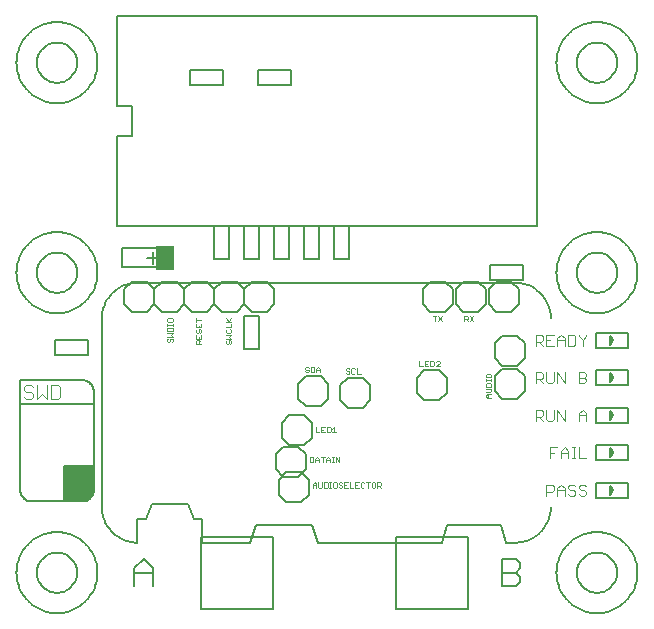
<source format=gto>
G75*
%MOIN*%
%OFA0B0*%
%FSLAX24Y24*%
%IPPOS*%
%LPD*%
%AMOC8*
5,1,8,0,0,1.08239X$1,22.5*
%
%ADD10C,0.0080*%
%ADD11C,0.0030*%
%ADD12C,0.0050*%
%ADD13C,0.0020*%
%ADD14C,0.0040*%
%ADD15C,0.0060*%
%ADD16R,0.0591X0.0787*%
D10*
X001031Y001700D02*
X001033Y001751D01*
X001039Y001802D01*
X001049Y001852D01*
X001062Y001902D01*
X001080Y001950D01*
X001100Y001997D01*
X001125Y002042D01*
X001153Y002085D01*
X001184Y002126D01*
X001218Y002164D01*
X001255Y002199D01*
X001294Y002232D01*
X001336Y002262D01*
X001380Y002288D01*
X001426Y002310D01*
X001474Y002330D01*
X001523Y002345D01*
X001573Y002357D01*
X001623Y002365D01*
X001674Y002369D01*
X001726Y002369D01*
X001777Y002365D01*
X001827Y002357D01*
X001877Y002345D01*
X001926Y002330D01*
X001974Y002310D01*
X002020Y002288D01*
X002064Y002262D01*
X002106Y002232D01*
X002145Y002199D01*
X002182Y002164D01*
X002216Y002126D01*
X002247Y002085D01*
X002275Y002042D01*
X002300Y001997D01*
X002320Y001950D01*
X002338Y001902D01*
X002351Y001852D01*
X002361Y001802D01*
X002367Y001751D01*
X002369Y001700D01*
X002367Y001649D01*
X002361Y001598D01*
X002351Y001548D01*
X002338Y001498D01*
X002320Y001450D01*
X002300Y001403D01*
X002275Y001358D01*
X002247Y001315D01*
X002216Y001274D01*
X002182Y001236D01*
X002145Y001201D01*
X002106Y001168D01*
X002064Y001138D01*
X002020Y001112D01*
X001974Y001090D01*
X001926Y001070D01*
X001877Y001055D01*
X001827Y001043D01*
X001777Y001035D01*
X001726Y001031D01*
X001674Y001031D01*
X001623Y001035D01*
X001573Y001043D01*
X001523Y001055D01*
X001474Y001070D01*
X001426Y001090D01*
X001380Y001112D01*
X001336Y001138D01*
X001294Y001168D01*
X001255Y001201D01*
X001218Y001236D01*
X001184Y001274D01*
X001153Y001315D01*
X001125Y001358D01*
X001100Y001403D01*
X001080Y001450D01*
X001062Y001498D01*
X001049Y001548D01*
X001039Y001598D01*
X001033Y001649D01*
X001031Y001700D01*
X003200Y003881D02*
X003200Y010180D01*
X003950Y010650D02*
X004200Y010400D01*
X004700Y010400D01*
X004950Y010650D01*
X004950Y011150D01*
X004700Y011400D01*
X004200Y011400D01*
X003950Y011150D01*
X003950Y010650D01*
X004381Y011361D02*
X004315Y011359D01*
X004249Y011354D01*
X004183Y011344D01*
X004118Y011331D01*
X004054Y011315D01*
X003991Y011295D01*
X003929Y011271D01*
X003869Y011244D01*
X003810Y011214D01*
X003753Y011180D01*
X003698Y011143D01*
X003645Y011103D01*
X003594Y011061D01*
X003546Y011015D01*
X003500Y010967D01*
X003458Y010916D01*
X003418Y010863D01*
X003381Y010808D01*
X003347Y010751D01*
X003317Y010692D01*
X003290Y010632D01*
X003266Y010570D01*
X003246Y010507D01*
X003230Y010443D01*
X003217Y010378D01*
X003207Y010312D01*
X003202Y010246D01*
X003200Y010180D01*
X004381Y011361D02*
X016980Y011361D01*
X016850Y011400D02*
X016350Y011400D01*
X016100Y011150D01*
X016100Y010650D01*
X016350Y010400D01*
X016850Y010400D01*
X017100Y010650D01*
X017100Y011150D01*
X016850Y011400D01*
X016000Y011150D02*
X016000Y010650D01*
X015750Y010400D01*
X015250Y010400D01*
X015000Y010650D01*
X015000Y011150D01*
X015250Y011400D01*
X015750Y011400D01*
X016000Y011150D01*
X016980Y011361D02*
X017046Y011359D01*
X017112Y011354D01*
X017178Y011344D01*
X017243Y011331D01*
X017307Y011315D01*
X017370Y011295D01*
X017432Y011271D01*
X017492Y011244D01*
X017551Y011214D01*
X017608Y011180D01*
X017663Y011143D01*
X017716Y011103D01*
X017767Y011061D01*
X017815Y011015D01*
X017861Y010967D01*
X017903Y010916D01*
X017943Y010863D01*
X017980Y010808D01*
X018014Y010751D01*
X018044Y010692D01*
X018071Y010632D01*
X018095Y010570D01*
X018115Y010507D01*
X018131Y010443D01*
X018144Y010378D01*
X018154Y010312D01*
X018159Y010246D01*
X018161Y010180D01*
X017300Y009350D02*
X017300Y008850D01*
X017050Y008600D01*
X016550Y008600D01*
X016300Y008850D01*
X016300Y009350D01*
X016550Y009600D01*
X017050Y009600D01*
X017300Y009350D01*
X017050Y008500D02*
X016550Y008500D01*
X016300Y008250D01*
X016300Y007750D01*
X016550Y007500D01*
X017050Y007500D01*
X017300Y007750D01*
X017300Y008250D01*
X017050Y008500D01*
X014700Y008200D02*
X014700Y007700D01*
X014450Y007450D01*
X013950Y007450D01*
X013700Y007700D01*
X013700Y008200D01*
X013950Y008450D01*
X014450Y008450D01*
X014700Y008200D01*
X014650Y010400D02*
X014150Y010400D01*
X013900Y010650D01*
X013900Y011150D01*
X014150Y011400D01*
X014650Y011400D01*
X014900Y011150D01*
X014900Y010650D01*
X014650Y010400D01*
X012150Y007950D02*
X012150Y007450D01*
X011900Y007200D01*
X011400Y007200D01*
X011150Y007450D01*
X011150Y007950D01*
X011400Y008200D01*
X011900Y008200D01*
X012150Y007950D01*
X010750Y008000D02*
X010750Y007500D01*
X010500Y007250D01*
X010000Y007250D01*
X009750Y007500D01*
X009750Y008000D01*
X010000Y008250D01*
X010500Y008250D01*
X010750Y008000D01*
X009950Y006950D02*
X009450Y006950D01*
X009200Y006700D01*
X009200Y006200D01*
X009450Y005950D01*
X009950Y005950D01*
X010200Y006200D01*
X010200Y006700D01*
X009950Y006950D01*
X009750Y005900D02*
X009250Y005900D01*
X009000Y005650D01*
X009000Y005150D01*
X009250Y004900D01*
X009750Y004900D01*
X010000Y005150D01*
X010000Y005650D01*
X009750Y005900D01*
X009850Y005050D02*
X009350Y005050D01*
X009100Y004800D01*
X009100Y004300D01*
X009350Y004050D01*
X009850Y004050D01*
X010100Y004300D01*
X010100Y004800D01*
X009850Y005050D01*
X010188Y003291D02*
X008318Y003291D01*
X008121Y002700D01*
X006546Y002700D01*
X006546Y003487D01*
X006251Y003487D01*
X006054Y003980D01*
X004873Y003980D01*
X004676Y003487D01*
X004381Y003487D01*
X004381Y002700D01*
X004587Y002161D02*
X004893Y001854D01*
X004893Y001240D01*
X004893Y001700D02*
X004280Y001700D01*
X004280Y001854D02*
X004587Y002161D01*
X004280Y001854D02*
X004280Y001240D01*
X004381Y002700D02*
X004315Y002702D01*
X004249Y002707D01*
X004183Y002717D01*
X004118Y002730D01*
X004054Y002746D01*
X003991Y002766D01*
X003929Y002790D01*
X003869Y002817D01*
X003810Y002847D01*
X003753Y002881D01*
X003698Y002918D01*
X003645Y002958D01*
X003594Y003000D01*
X003546Y003046D01*
X003500Y003094D01*
X003458Y003145D01*
X003418Y003198D01*
X003381Y003253D01*
X003347Y003310D01*
X003317Y003369D01*
X003290Y003429D01*
X003266Y003491D01*
X003246Y003554D01*
X003230Y003618D01*
X003217Y003683D01*
X003207Y003749D01*
X003202Y003815D01*
X003200Y003881D01*
X005200Y010400D02*
X005700Y010400D01*
X005950Y010650D01*
X006200Y010400D01*
X006700Y010400D01*
X006950Y010650D01*
X006950Y011150D01*
X006700Y011400D01*
X006200Y011400D01*
X005950Y011150D01*
X005950Y010650D01*
X005950Y011150D01*
X005700Y011400D01*
X005200Y011400D01*
X004950Y011150D01*
X004950Y010650D01*
X005200Y010400D01*
X006950Y010650D02*
X007200Y010400D01*
X007700Y010400D01*
X007950Y010650D01*
X007950Y011150D01*
X007700Y011400D01*
X007200Y011400D01*
X006950Y011150D01*
X006950Y010650D01*
X007950Y010650D02*
X008200Y010400D01*
X008700Y010400D01*
X008950Y010650D01*
X008950Y011150D01*
X008700Y011400D01*
X008200Y011400D01*
X007950Y011150D01*
X007950Y010650D01*
X003700Y013250D02*
X003700Y016250D01*
X004200Y016250D01*
X004200Y017250D01*
X003700Y017250D01*
X003700Y020250D01*
X017700Y020250D01*
X017700Y013250D01*
X003700Y013250D01*
X001031Y011700D02*
X001033Y011751D01*
X001039Y011802D01*
X001049Y011852D01*
X001062Y011902D01*
X001080Y011950D01*
X001100Y011997D01*
X001125Y012042D01*
X001153Y012085D01*
X001184Y012126D01*
X001218Y012164D01*
X001255Y012199D01*
X001294Y012232D01*
X001336Y012262D01*
X001380Y012288D01*
X001426Y012310D01*
X001474Y012330D01*
X001523Y012345D01*
X001573Y012357D01*
X001623Y012365D01*
X001674Y012369D01*
X001726Y012369D01*
X001777Y012365D01*
X001827Y012357D01*
X001877Y012345D01*
X001926Y012330D01*
X001974Y012310D01*
X002020Y012288D01*
X002064Y012262D01*
X002106Y012232D01*
X002145Y012199D01*
X002182Y012164D01*
X002216Y012126D01*
X002247Y012085D01*
X002275Y012042D01*
X002300Y011997D01*
X002320Y011950D01*
X002338Y011902D01*
X002351Y011852D01*
X002361Y011802D01*
X002367Y011751D01*
X002369Y011700D01*
X002367Y011649D01*
X002361Y011598D01*
X002351Y011548D01*
X002338Y011498D01*
X002320Y011450D01*
X002300Y011403D01*
X002275Y011358D01*
X002247Y011315D01*
X002216Y011274D01*
X002182Y011236D01*
X002145Y011201D01*
X002106Y011168D01*
X002064Y011138D01*
X002020Y011112D01*
X001974Y011090D01*
X001926Y011070D01*
X001877Y011055D01*
X001827Y011043D01*
X001777Y011035D01*
X001726Y011031D01*
X001674Y011031D01*
X001623Y011035D01*
X001573Y011043D01*
X001523Y011055D01*
X001474Y011070D01*
X001426Y011090D01*
X001380Y011112D01*
X001336Y011138D01*
X001294Y011168D01*
X001255Y011201D01*
X001218Y011236D01*
X001184Y011274D01*
X001153Y011315D01*
X001125Y011358D01*
X001100Y011403D01*
X001080Y011450D01*
X001062Y011498D01*
X001049Y011548D01*
X001039Y011598D01*
X001033Y011649D01*
X001031Y011700D01*
X001031Y018700D02*
X001033Y018751D01*
X001039Y018802D01*
X001049Y018852D01*
X001062Y018902D01*
X001080Y018950D01*
X001100Y018997D01*
X001125Y019042D01*
X001153Y019085D01*
X001184Y019126D01*
X001218Y019164D01*
X001255Y019199D01*
X001294Y019232D01*
X001336Y019262D01*
X001380Y019288D01*
X001426Y019310D01*
X001474Y019330D01*
X001523Y019345D01*
X001573Y019357D01*
X001623Y019365D01*
X001674Y019369D01*
X001726Y019369D01*
X001777Y019365D01*
X001827Y019357D01*
X001877Y019345D01*
X001926Y019330D01*
X001974Y019310D01*
X002020Y019288D01*
X002064Y019262D01*
X002106Y019232D01*
X002145Y019199D01*
X002182Y019164D01*
X002216Y019126D01*
X002247Y019085D01*
X002275Y019042D01*
X002300Y018997D01*
X002320Y018950D01*
X002338Y018902D01*
X002351Y018852D01*
X002361Y018802D01*
X002367Y018751D01*
X002369Y018700D01*
X002367Y018649D01*
X002361Y018598D01*
X002351Y018548D01*
X002338Y018498D01*
X002320Y018450D01*
X002300Y018403D01*
X002275Y018358D01*
X002247Y018315D01*
X002216Y018274D01*
X002182Y018236D01*
X002145Y018201D01*
X002106Y018168D01*
X002064Y018138D01*
X002020Y018112D01*
X001974Y018090D01*
X001926Y018070D01*
X001877Y018055D01*
X001827Y018043D01*
X001777Y018035D01*
X001726Y018031D01*
X001674Y018031D01*
X001623Y018035D01*
X001573Y018043D01*
X001523Y018055D01*
X001474Y018070D01*
X001426Y018090D01*
X001380Y018112D01*
X001336Y018138D01*
X001294Y018168D01*
X001255Y018201D01*
X001218Y018236D01*
X001184Y018274D01*
X001153Y018315D01*
X001125Y018358D01*
X001100Y018403D01*
X001080Y018450D01*
X001062Y018498D01*
X001049Y018548D01*
X001039Y018598D01*
X001033Y018649D01*
X001031Y018700D01*
X016980Y002700D02*
X017046Y002702D01*
X017112Y002707D01*
X017178Y002717D01*
X017243Y002730D01*
X017307Y002746D01*
X017370Y002766D01*
X017432Y002790D01*
X017492Y002817D01*
X017551Y002847D01*
X017608Y002881D01*
X017663Y002918D01*
X017716Y002958D01*
X017767Y003000D01*
X017815Y003046D01*
X017861Y003094D01*
X017903Y003145D01*
X017943Y003198D01*
X017980Y003253D01*
X018014Y003310D01*
X018044Y003369D01*
X018071Y003429D01*
X018095Y003491D01*
X018115Y003554D01*
X018131Y003618D01*
X018144Y003683D01*
X018154Y003749D01*
X018159Y003815D01*
X018161Y003881D01*
X016980Y002700D02*
X016684Y002700D01*
X016487Y003291D01*
X014716Y003291D01*
X014519Y002700D01*
X010385Y002700D01*
X010188Y003291D01*
X016530Y002161D02*
X016530Y001240D01*
X016990Y001240D01*
X017143Y001393D01*
X017143Y001547D01*
X016990Y001700D01*
X016530Y001700D01*
X016990Y001700D02*
X017143Y001854D01*
X017143Y002007D01*
X016990Y002161D01*
X016530Y002161D01*
X019031Y001700D02*
X019033Y001751D01*
X019039Y001802D01*
X019049Y001852D01*
X019062Y001902D01*
X019080Y001950D01*
X019100Y001997D01*
X019125Y002042D01*
X019153Y002085D01*
X019184Y002126D01*
X019218Y002164D01*
X019255Y002199D01*
X019294Y002232D01*
X019336Y002262D01*
X019380Y002288D01*
X019426Y002310D01*
X019474Y002330D01*
X019523Y002345D01*
X019573Y002357D01*
X019623Y002365D01*
X019674Y002369D01*
X019726Y002369D01*
X019777Y002365D01*
X019827Y002357D01*
X019877Y002345D01*
X019926Y002330D01*
X019974Y002310D01*
X020020Y002288D01*
X020064Y002262D01*
X020106Y002232D01*
X020145Y002199D01*
X020182Y002164D01*
X020216Y002126D01*
X020247Y002085D01*
X020275Y002042D01*
X020300Y001997D01*
X020320Y001950D01*
X020338Y001902D01*
X020351Y001852D01*
X020361Y001802D01*
X020367Y001751D01*
X020369Y001700D01*
X020367Y001649D01*
X020361Y001598D01*
X020351Y001548D01*
X020338Y001498D01*
X020320Y001450D01*
X020300Y001403D01*
X020275Y001358D01*
X020247Y001315D01*
X020216Y001274D01*
X020182Y001236D01*
X020145Y001201D01*
X020106Y001168D01*
X020064Y001138D01*
X020020Y001112D01*
X019974Y001090D01*
X019926Y001070D01*
X019877Y001055D01*
X019827Y001043D01*
X019777Y001035D01*
X019726Y001031D01*
X019674Y001031D01*
X019623Y001035D01*
X019573Y001043D01*
X019523Y001055D01*
X019474Y001070D01*
X019426Y001090D01*
X019380Y001112D01*
X019336Y001138D01*
X019294Y001168D01*
X019255Y001201D01*
X019218Y001236D01*
X019184Y001274D01*
X019153Y001315D01*
X019125Y001358D01*
X019100Y001403D01*
X019080Y001450D01*
X019062Y001498D01*
X019049Y001548D01*
X019039Y001598D01*
X019033Y001649D01*
X019031Y001700D01*
X019031Y011700D02*
X019033Y011751D01*
X019039Y011802D01*
X019049Y011852D01*
X019062Y011902D01*
X019080Y011950D01*
X019100Y011997D01*
X019125Y012042D01*
X019153Y012085D01*
X019184Y012126D01*
X019218Y012164D01*
X019255Y012199D01*
X019294Y012232D01*
X019336Y012262D01*
X019380Y012288D01*
X019426Y012310D01*
X019474Y012330D01*
X019523Y012345D01*
X019573Y012357D01*
X019623Y012365D01*
X019674Y012369D01*
X019726Y012369D01*
X019777Y012365D01*
X019827Y012357D01*
X019877Y012345D01*
X019926Y012330D01*
X019974Y012310D01*
X020020Y012288D01*
X020064Y012262D01*
X020106Y012232D01*
X020145Y012199D01*
X020182Y012164D01*
X020216Y012126D01*
X020247Y012085D01*
X020275Y012042D01*
X020300Y011997D01*
X020320Y011950D01*
X020338Y011902D01*
X020351Y011852D01*
X020361Y011802D01*
X020367Y011751D01*
X020369Y011700D01*
X020367Y011649D01*
X020361Y011598D01*
X020351Y011548D01*
X020338Y011498D01*
X020320Y011450D01*
X020300Y011403D01*
X020275Y011358D01*
X020247Y011315D01*
X020216Y011274D01*
X020182Y011236D01*
X020145Y011201D01*
X020106Y011168D01*
X020064Y011138D01*
X020020Y011112D01*
X019974Y011090D01*
X019926Y011070D01*
X019877Y011055D01*
X019827Y011043D01*
X019777Y011035D01*
X019726Y011031D01*
X019674Y011031D01*
X019623Y011035D01*
X019573Y011043D01*
X019523Y011055D01*
X019474Y011070D01*
X019426Y011090D01*
X019380Y011112D01*
X019336Y011138D01*
X019294Y011168D01*
X019255Y011201D01*
X019218Y011236D01*
X019184Y011274D01*
X019153Y011315D01*
X019125Y011358D01*
X019100Y011403D01*
X019080Y011450D01*
X019062Y011498D01*
X019049Y011548D01*
X019039Y011598D01*
X019033Y011649D01*
X019031Y011700D01*
X019031Y018700D02*
X019033Y018751D01*
X019039Y018802D01*
X019049Y018852D01*
X019062Y018902D01*
X019080Y018950D01*
X019100Y018997D01*
X019125Y019042D01*
X019153Y019085D01*
X019184Y019126D01*
X019218Y019164D01*
X019255Y019199D01*
X019294Y019232D01*
X019336Y019262D01*
X019380Y019288D01*
X019426Y019310D01*
X019474Y019330D01*
X019523Y019345D01*
X019573Y019357D01*
X019623Y019365D01*
X019674Y019369D01*
X019726Y019369D01*
X019777Y019365D01*
X019827Y019357D01*
X019877Y019345D01*
X019926Y019330D01*
X019974Y019310D01*
X020020Y019288D01*
X020064Y019262D01*
X020106Y019232D01*
X020145Y019199D01*
X020182Y019164D01*
X020216Y019126D01*
X020247Y019085D01*
X020275Y019042D01*
X020300Y018997D01*
X020320Y018950D01*
X020338Y018902D01*
X020351Y018852D01*
X020361Y018802D01*
X020367Y018751D01*
X020369Y018700D01*
X020367Y018649D01*
X020361Y018598D01*
X020351Y018548D01*
X020338Y018498D01*
X020320Y018450D01*
X020300Y018403D01*
X020275Y018358D01*
X020247Y018315D01*
X020216Y018274D01*
X020182Y018236D01*
X020145Y018201D01*
X020106Y018168D01*
X020064Y018138D01*
X020020Y018112D01*
X019974Y018090D01*
X019926Y018070D01*
X019877Y018055D01*
X019827Y018043D01*
X019777Y018035D01*
X019726Y018031D01*
X019674Y018031D01*
X019623Y018035D01*
X019573Y018043D01*
X019523Y018055D01*
X019474Y018070D01*
X019426Y018090D01*
X019380Y018112D01*
X019336Y018138D01*
X019294Y018168D01*
X019255Y018201D01*
X019218Y018236D01*
X019184Y018274D01*
X019153Y018315D01*
X019125Y018358D01*
X019100Y018403D01*
X019080Y018450D01*
X019062Y018498D01*
X019049Y018548D01*
X019039Y018598D01*
X019033Y018649D01*
X019031Y018700D01*
D11*
X019102Y009632D02*
X019102Y009571D01*
X019224Y009450D01*
X019224Y009268D01*
X019224Y009450D02*
X019345Y009571D01*
X019345Y009632D01*
X018983Y009571D02*
X018983Y009329D01*
X018922Y009268D01*
X018740Y009268D01*
X018740Y009632D01*
X018922Y009632D01*
X018983Y009571D01*
X018620Y009511D02*
X018620Y009268D01*
X018620Y009450D02*
X018377Y009450D01*
X018377Y009511D02*
X018377Y009268D01*
X018258Y009268D02*
X018015Y009268D01*
X018015Y009632D01*
X018258Y009632D01*
X018377Y009511D02*
X018499Y009632D01*
X018620Y009511D01*
X018136Y009450D02*
X018015Y009450D01*
X017895Y009450D02*
X017895Y009571D01*
X017834Y009632D01*
X017652Y009632D01*
X017652Y009268D01*
X017652Y009389D02*
X017834Y009389D01*
X017895Y009450D01*
X017774Y009389D02*
X017895Y009268D01*
X017834Y008382D02*
X017652Y008382D01*
X017652Y008018D01*
X017652Y008139D02*
X017834Y008139D01*
X017895Y008200D01*
X017895Y008321D01*
X017834Y008382D01*
X018015Y008382D02*
X018015Y008079D01*
X018076Y008018D01*
X018197Y008018D01*
X018258Y008079D01*
X018258Y008382D01*
X018377Y008382D02*
X018620Y008018D01*
X018620Y008382D01*
X018377Y008382D02*
X018377Y008018D01*
X017895Y008018D02*
X017774Y008139D01*
X017834Y007132D02*
X017652Y007132D01*
X017652Y006768D01*
X017652Y006889D02*
X017834Y006889D01*
X017895Y006950D01*
X017895Y007071D01*
X017834Y007132D01*
X018015Y007132D02*
X018015Y006829D01*
X018076Y006768D01*
X018197Y006768D01*
X018258Y006829D01*
X018258Y007132D01*
X018377Y007132D02*
X018620Y006768D01*
X018620Y007132D01*
X018377Y007132D02*
X018377Y006768D01*
X017895Y006768D02*
X017774Y006889D01*
X018136Y005882D02*
X018378Y005882D01*
X018498Y005761D02*
X018620Y005882D01*
X018741Y005761D01*
X018741Y005518D01*
X018861Y005518D02*
X018982Y005518D01*
X018921Y005518D02*
X018921Y005882D01*
X018861Y005882D02*
X018982Y005882D01*
X019102Y005882D02*
X019102Y005518D01*
X019345Y005518D01*
X018741Y005700D02*
X018498Y005700D01*
X018498Y005761D02*
X018498Y005518D01*
X018257Y005700D02*
X018136Y005700D01*
X018136Y005518D02*
X018136Y005882D01*
X019102Y006768D02*
X019102Y007011D01*
X019224Y007132D01*
X019345Y007011D01*
X019345Y006768D01*
X019345Y006950D02*
X019102Y006950D01*
X019102Y008018D02*
X019284Y008018D01*
X019345Y008079D01*
X019345Y008139D01*
X019284Y008200D01*
X019102Y008200D01*
X019102Y008018D02*
X019102Y008382D01*
X019284Y008382D01*
X019345Y008321D01*
X019345Y008261D01*
X019284Y008200D01*
X019284Y004632D02*
X019163Y004632D01*
X019102Y004571D01*
X019102Y004511D01*
X019163Y004450D01*
X019284Y004450D01*
X019345Y004389D01*
X019345Y004329D01*
X019284Y004268D01*
X019163Y004268D01*
X019102Y004329D01*
X018983Y004329D02*
X018922Y004268D01*
X018801Y004268D01*
X018740Y004329D01*
X018620Y004268D02*
X018620Y004511D01*
X018499Y004632D01*
X018377Y004511D01*
X018377Y004268D01*
X018377Y004450D02*
X018620Y004450D01*
X018740Y004511D02*
X018801Y004450D01*
X018922Y004450D01*
X018983Y004389D01*
X018983Y004329D01*
X018983Y004571D02*
X018922Y004632D01*
X018801Y004632D01*
X018740Y004571D01*
X018740Y004511D01*
X018258Y004571D02*
X018258Y004450D01*
X018197Y004389D01*
X018015Y004389D01*
X018015Y004268D02*
X018015Y004632D01*
X018197Y004632D01*
X018258Y004571D01*
X019284Y004632D02*
X019345Y004571D01*
D12*
X019675Y004700D02*
X019675Y004200D01*
X020725Y004200D01*
X020725Y004700D01*
X019675Y004700D01*
X020150Y004600D02*
X020150Y004300D01*
X020200Y004375D01*
X020200Y004525D01*
X020150Y004600D01*
X020175Y004550D02*
X020175Y004350D01*
X020200Y004375D02*
X020250Y004450D01*
X020200Y004525D01*
X020150Y005550D02*
X020200Y005625D01*
X020200Y005775D01*
X020150Y005850D01*
X020150Y005550D01*
X020175Y005600D02*
X020175Y005800D01*
X020200Y005775D02*
X020250Y005700D01*
X020200Y005625D01*
X019675Y005450D02*
X019675Y005950D01*
X020725Y005950D01*
X020725Y005450D01*
X019675Y005450D01*
X019675Y006700D02*
X019675Y007200D01*
X020725Y007200D01*
X020725Y006700D01*
X019675Y006700D01*
X020150Y006800D02*
X020150Y007100D01*
X020200Y007025D01*
X020200Y006875D01*
X020250Y006950D01*
X020200Y007025D01*
X020175Y007050D02*
X020175Y006850D01*
X020200Y006875D02*
X020150Y006800D01*
X019675Y007950D02*
X019675Y008450D01*
X020725Y008450D01*
X020725Y007950D01*
X019675Y007950D01*
X020150Y008050D02*
X020150Y008350D01*
X020200Y008275D01*
X020200Y008125D01*
X020250Y008200D01*
X020200Y008275D01*
X020175Y008300D02*
X020175Y008100D01*
X020200Y008125D02*
X020150Y008050D01*
X019675Y009200D02*
X019675Y009700D01*
X020725Y009700D01*
X020725Y009200D01*
X019675Y009200D01*
X020150Y009300D02*
X020150Y009600D01*
X020200Y009525D01*
X020200Y009375D01*
X020250Y009450D01*
X020200Y009525D01*
X020175Y009550D02*
X020175Y009350D01*
X020200Y009375D02*
X020150Y009300D01*
X017250Y011450D02*
X016150Y011450D01*
X016150Y011950D01*
X017250Y011950D01*
X017250Y011450D01*
X011450Y012150D02*
X010950Y012150D01*
X010950Y013250D01*
X011450Y013250D01*
X011450Y012150D01*
X010450Y012150D02*
X009950Y012150D01*
X009950Y013250D01*
X010450Y013250D01*
X010450Y012150D01*
X009450Y012150D02*
X008950Y012150D01*
X008950Y013250D01*
X009450Y013250D01*
X009450Y012150D01*
X008450Y012150D02*
X007950Y012150D01*
X007950Y013250D01*
X008450Y013250D01*
X008450Y012150D01*
X007450Y012150D02*
X006950Y012150D01*
X006950Y013250D01*
X007450Y013250D01*
X007450Y012150D01*
X005525Y011875D02*
X005525Y012525D01*
X003875Y012525D01*
X003875Y011875D01*
X005525Y011875D01*
X005094Y012200D02*
X004700Y012200D01*
X004897Y012397D02*
X004897Y012003D01*
X002750Y009450D02*
X002750Y008950D01*
X001650Y008950D01*
X001650Y009450D01*
X002750Y009450D01*
X002537Y008117D02*
X000470Y008117D01*
X000470Y007330D01*
X002931Y007330D01*
X002931Y004467D01*
X002925Y004399D01*
X002907Y004333D01*
X002878Y004270D01*
X002839Y004214D01*
X002790Y004166D01*
X002734Y004126D01*
X002672Y004097D01*
X002606Y004080D01*
X002537Y004074D01*
X001947Y004074D01*
X001947Y005263D01*
X002931Y005263D01*
X002931Y004467D01*
X002929Y004446D02*
X001947Y004446D01*
X001947Y004398D02*
X002925Y004398D01*
X002912Y004349D02*
X001947Y004349D01*
X001947Y004301D02*
X002892Y004301D01*
X002865Y004252D02*
X001947Y004252D01*
X001947Y004204D02*
X002828Y004204D01*
X002775Y004155D02*
X001947Y004155D01*
X001947Y004107D02*
X002692Y004107D01*
X002537Y004074D02*
X000864Y004074D01*
X000864Y004073D02*
X000825Y004075D01*
X000787Y004081D01*
X000750Y004090D01*
X000713Y004103D01*
X000678Y004120D01*
X000645Y004139D01*
X000614Y004162D01*
X000585Y004188D01*
X000559Y004217D01*
X000536Y004248D01*
X000517Y004281D01*
X000500Y004316D01*
X000487Y004353D01*
X000478Y004390D01*
X000472Y004428D01*
X000470Y004467D01*
X000470Y007330D01*
X002537Y008117D02*
X002576Y008115D01*
X002614Y008109D01*
X002651Y008100D01*
X002688Y008087D01*
X002723Y008070D01*
X002756Y008051D01*
X002787Y008028D01*
X002816Y008002D01*
X002842Y007973D01*
X002865Y007942D01*
X002884Y007909D01*
X002901Y007874D01*
X002914Y007837D01*
X002923Y007800D01*
X002929Y007762D01*
X002931Y007723D01*
X002931Y007330D01*
X002931Y005222D02*
X001947Y005222D01*
X001947Y005174D02*
X002931Y005174D01*
X002931Y005125D02*
X001947Y005125D01*
X001947Y005077D02*
X002931Y005077D01*
X002931Y005028D02*
X001947Y005028D01*
X001947Y004980D02*
X002931Y004980D01*
X002931Y004931D02*
X001947Y004931D01*
X001947Y004883D02*
X002931Y004883D01*
X002931Y004834D02*
X001947Y004834D01*
X001947Y004786D02*
X002931Y004786D01*
X002931Y004737D02*
X001947Y004737D01*
X001947Y004689D02*
X002931Y004689D01*
X002931Y004640D02*
X001947Y004640D01*
X001947Y004592D02*
X002931Y004592D01*
X002931Y004543D02*
X001947Y004543D01*
X001947Y004495D02*
X002931Y004495D01*
X002931Y004467D02*
X002929Y004428D01*
X002923Y004390D01*
X002914Y004353D01*
X002901Y004316D01*
X002884Y004281D01*
X002865Y004248D01*
X002842Y004217D01*
X002816Y004188D01*
X002787Y004162D01*
X002756Y004139D01*
X002723Y004120D01*
X002688Y004103D01*
X002651Y004090D01*
X002614Y004081D01*
X002576Y004075D01*
X002537Y004073D01*
X006500Y002900D02*
X006500Y000500D01*
X008900Y000500D01*
X008900Y002900D01*
X006500Y002900D01*
X007950Y009150D02*
X008450Y009150D01*
X008450Y010250D01*
X007950Y010250D01*
X007950Y009150D01*
X013000Y002900D02*
X013000Y000500D01*
X015400Y000500D01*
X015400Y002900D01*
X013000Y002900D01*
X009500Y017950D02*
X008400Y017950D01*
X008400Y018450D01*
X009500Y018450D01*
X009500Y017950D01*
X007250Y017950D02*
X007250Y018450D01*
X006150Y018450D01*
X006150Y017950D01*
X007250Y017950D01*
D13*
X007330Y010176D02*
X007450Y010056D01*
X007420Y010086D02*
X007510Y010176D01*
X007510Y010056D02*
X007330Y010056D01*
X007330Y009872D02*
X007510Y009872D01*
X007510Y009992D01*
X007480Y009808D02*
X007510Y009778D01*
X007510Y009718D01*
X007480Y009688D01*
X007360Y009688D01*
X007330Y009718D01*
X007330Y009778D01*
X007360Y009808D01*
X007330Y009623D02*
X007510Y009623D01*
X007450Y009563D01*
X007510Y009503D01*
X007330Y009503D01*
X007360Y009439D02*
X007330Y009409D01*
X007330Y009349D01*
X007360Y009319D01*
X007390Y009319D01*
X007420Y009349D01*
X007420Y009409D01*
X007450Y009439D01*
X007480Y009439D01*
X007510Y009409D01*
X007510Y009349D01*
X007480Y009319D01*
X006510Y009319D02*
X006330Y009319D01*
X006330Y009409D01*
X006360Y009439D01*
X006420Y009439D01*
X006450Y009409D01*
X006450Y009319D01*
X006450Y009379D02*
X006510Y009439D01*
X006510Y009503D02*
X006330Y009503D01*
X006330Y009623D01*
X006360Y009688D02*
X006390Y009688D01*
X006420Y009718D01*
X006420Y009778D01*
X006450Y009808D01*
X006480Y009808D01*
X006510Y009778D01*
X006510Y009718D01*
X006480Y009688D01*
X006510Y009623D02*
X006510Y009503D01*
X006420Y009503D02*
X006420Y009563D01*
X006360Y009688D02*
X006330Y009718D01*
X006330Y009778D01*
X006360Y009808D01*
X006330Y009872D02*
X006510Y009872D01*
X006510Y009992D01*
X006420Y009932D02*
X006420Y009872D01*
X006330Y009872D02*
X006330Y009992D01*
X006330Y010056D02*
X006330Y010176D01*
X006330Y010116D02*
X006510Y010116D01*
X005560Y010086D02*
X005560Y010146D01*
X005530Y010176D01*
X005410Y010176D01*
X005380Y010146D01*
X005380Y010086D01*
X005410Y010056D01*
X005530Y010056D01*
X005560Y010086D01*
X005560Y009993D02*
X005560Y009933D01*
X005560Y009963D02*
X005380Y009963D01*
X005380Y009933D02*
X005380Y009993D01*
X005410Y009869D02*
X005380Y009839D01*
X005380Y009749D01*
X005560Y009749D01*
X005560Y009839D01*
X005530Y009869D01*
X005410Y009869D01*
X005380Y009685D02*
X005560Y009685D01*
X005500Y009625D01*
X005560Y009565D01*
X005380Y009565D01*
X005410Y009501D02*
X005380Y009471D01*
X005380Y009411D01*
X005410Y009381D01*
X005440Y009381D01*
X005470Y009411D01*
X005470Y009471D01*
X005500Y009501D01*
X005530Y009501D01*
X005560Y009471D01*
X005560Y009411D01*
X005530Y009381D01*
X009980Y008530D02*
X009980Y008500D01*
X010010Y008470D01*
X010070Y008470D01*
X010100Y008440D01*
X010100Y008410D01*
X010070Y008380D01*
X010010Y008380D01*
X009980Y008410D01*
X009980Y008530D02*
X010010Y008560D01*
X010070Y008560D01*
X010100Y008530D01*
X010164Y008560D02*
X010164Y008380D01*
X010254Y008380D01*
X010284Y008410D01*
X010284Y008530D01*
X010254Y008560D01*
X010164Y008560D01*
X010348Y008500D02*
X010408Y008560D01*
X010468Y008500D01*
X010468Y008380D01*
X010468Y008470D02*
X010348Y008470D01*
X010348Y008500D02*
X010348Y008380D01*
X011330Y008360D02*
X011360Y008330D01*
X011420Y008330D01*
X011450Y008360D01*
X011450Y008390D01*
X011420Y008420D01*
X011360Y008420D01*
X011330Y008450D01*
X011330Y008480D01*
X011360Y008510D01*
X011420Y008510D01*
X011450Y008480D01*
X011514Y008480D02*
X011514Y008360D01*
X011544Y008330D01*
X011604Y008330D01*
X011634Y008360D01*
X011698Y008330D02*
X011698Y008510D01*
X011634Y008480D02*
X011604Y008510D01*
X011544Y008510D01*
X011514Y008480D01*
X011698Y008330D02*
X011818Y008330D01*
X010943Y006560D02*
X010943Y006380D01*
X011003Y006380D02*
X010882Y006380D01*
X010818Y006410D02*
X010818Y006530D01*
X010788Y006560D01*
X010698Y006560D01*
X010698Y006380D01*
X010788Y006380D01*
X010818Y006410D01*
X010882Y006500D02*
X010943Y006560D01*
X010634Y006560D02*
X010514Y006560D01*
X010514Y006380D01*
X010634Y006380D01*
X010574Y006470D02*
X010514Y006470D01*
X010450Y006380D02*
X010330Y006380D01*
X010330Y006560D01*
X010374Y005560D02*
X010314Y005500D01*
X010314Y005380D01*
X010250Y005410D02*
X010250Y005530D01*
X010220Y005560D01*
X010130Y005560D01*
X010130Y005380D01*
X010220Y005380D01*
X010250Y005410D01*
X010314Y005470D02*
X010434Y005470D01*
X010434Y005500D02*
X010434Y005380D01*
X010434Y005500D02*
X010374Y005560D01*
X010498Y005560D02*
X010618Y005560D01*
X010558Y005560D02*
X010558Y005380D01*
X010682Y005380D02*
X010682Y005500D01*
X010743Y005560D01*
X010803Y005500D01*
X010803Y005380D01*
X010867Y005380D02*
X010927Y005380D01*
X010897Y005380D02*
X010897Y005560D01*
X010867Y005560D02*
X010927Y005560D01*
X010989Y005560D02*
X011110Y005380D01*
X011110Y005560D01*
X010989Y005560D02*
X010989Y005380D01*
X010803Y005470D02*
X010682Y005470D01*
X010688Y004710D02*
X010598Y004710D01*
X010598Y004530D01*
X010688Y004530D01*
X010718Y004560D01*
X010718Y004680D01*
X010688Y004710D01*
X010782Y004710D02*
X010843Y004710D01*
X010812Y004710D02*
X010812Y004530D01*
X010782Y004530D02*
X010843Y004530D01*
X010905Y004560D02*
X010935Y004530D01*
X010995Y004530D01*
X011025Y004560D01*
X011025Y004680D01*
X010995Y004710D01*
X010935Y004710D01*
X010905Y004680D01*
X010905Y004560D01*
X011089Y004560D02*
X011119Y004530D01*
X011179Y004530D01*
X011210Y004560D01*
X011210Y004590D01*
X011179Y004620D01*
X011119Y004620D01*
X011089Y004650D01*
X011089Y004680D01*
X011119Y004710D01*
X011179Y004710D01*
X011210Y004680D01*
X011274Y004710D02*
X011274Y004530D01*
X011394Y004530D01*
X011458Y004530D02*
X011458Y004710D01*
X011394Y004710D02*
X011274Y004710D01*
X011274Y004620D02*
X011334Y004620D01*
X011458Y004530D02*
X011578Y004530D01*
X011642Y004530D02*
X011762Y004530D01*
X011826Y004560D02*
X011856Y004530D01*
X011916Y004530D01*
X011946Y004560D01*
X011826Y004560D02*
X011826Y004680D01*
X011856Y004710D01*
X011916Y004710D01*
X011946Y004680D01*
X012010Y004710D02*
X012130Y004710D01*
X012070Y004710D02*
X012070Y004530D01*
X012194Y004560D02*
X012224Y004530D01*
X012284Y004530D01*
X012314Y004560D01*
X012314Y004680D01*
X012284Y004710D01*
X012224Y004710D01*
X012194Y004680D01*
X012194Y004560D01*
X012379Y004530D02*
X012379Y004710D01*
X012469Y004710D01*
X012499Y004680D01*
X012499Y004620D01*
X012469Y004590D01*
X012379Y004590D01*
X012439Y004590D02*
X012499Y004530D01*
X011762Y004710D02*
X011642Y004710D01*
X011642Y004530D01*
X011642Y004620D02*
X011702Y004620D01*
X010534Y004560D02*
X010504Y004530D01*
X010444Y004530D01*
X010414Y004560D01*
X010414Y004710D01*
X010350Y004650D02*
X010350Y004530D01*
X010350Y004620D02*
X010230Y004620D01*
X010230Y004650D02*
X010290Y004710D01*
X010350Y004650D01*
X010230Y004650D02*
X010230Y004530D01*
X010534Y004560D02*
X010534Y004710D01*
X013780Y008580D02*
X013900Y008580D01*
X013964Y008580D02*
X014084Y008580D01*
X014148Y008580D02*
X014238Y008580D01*
X014268Y008610D01*
X014268Y008730D01*
X014238Y008760D01*
X014148Y008760D01*
X014148Y008580D01*
X014024Y008670D02*
X013964Y008670D01*
X013964Y008760D02*
X013964Y008580D01*
X013964Y008760D02*
X014084Y008760D01*
X014332Y008730D02*
X014362Y008760D01*
X014423Y008760D01*
X014453Y008730D01*
X014453Y008700D01*
X014332Y008580D01*
X014453Y008580D01*
X013780Y008580D02*
X013780Y008760D01*
X014290Y010080D02*
X014290Y010260D01*
X014230Y010260D02*
X014350Y010260D01*
X014414Y010260D02*
X014534Y010080D01*
X014414Y010080D02*
X014534Y010260D01*
X015280Y010260D02*
X015280Y010080D01*
X015280Y010140D02*
X015370Y010140D01*
X015400Y010170D01*
X015400Y010230D01*
X015370Y010260D01*
X015280Y010260D01*
X015340Y010140D02*
X015400Y010080D01*
X015464Y010080D02*
X015584Y010260D01*
X015464Y010260D02*
X015584Y010080D01*
X016020Y008325D02*
X015990Y008295D01*
X015990Y008235D01*
X016020Y008205D01*
X016140Y008205D01*
X016170Y008235D01*
X016170Y008295D01*
X016140Y008325D01*
X016020Y008325D01*
X015990Y008143D02*
X015990Y008082D01*
X015990Y008112D02*
X016170Y008112D01*
X016170Y008082D02*
X016170Y008143D01*
X016140Y008018D02*
X016020Y008018D01*
X015990Y007988D01*
X015990Y007898D01*
X016170Y007898D01*
X016170Y007988D01*
X016140Y008018D01*
X016140Y007834D02*
X015990Y007834D01*
X015990Y007714D02*
X016140Y007714D01*
X016170Y007744D01*
X016170Y007804D01*
X016140Y007834D01*
X016170Y007650D02*
X016050Y007650D01*
X015990Y007590D01*
X016050Y007530D01*
X016170Y007530D01*
X016080Y007530D02*
X016080Y007650D01*
D14*
X001817Y007570D02*
X001817Y007877D01*
X001740Y007954D01*
X001510Y007954D01*
X001510Y007493D01*
X001740Y007493D01*
X001817Y007570D01*
X001356Y007493D02*
X001356Y007954D01*
X001203Y007647D02*
X001356Y007493D01*
X001203Y007647D02*
X001049Y007493D01*
X001049Y007954D01*
X000896Y007877D02*
X000819Y007954D01*
X000666Y007954D01*
X000589Y007877D01*
X000589Y007800D01*
X000666Y007723D01*
X000819Y007723D01*
X000896Y007647D01*
X000896Y007570D01*
X000819Y007493D01*
X000666Y007493D01*
X000589Y007570D01*
D15*
X000350Y011700D02*
X000352Y011773D01*
X000358Y011846D01*
X000368Y011918D01*
X000382Y011990D01*
X000399Y012061D01*
X000421Y012131D01*
X000446Y012200D01*
X000475Y012267D01*
X000507Y012332D01*
X000543Y012396D01*
X000583Y012458D01*
X000625Y012517D01*
X000671Y012574D01*
X000720Y012628D01*
X000772Y012680D01*
X000826Y012729D01*
X000883Y012775D01*
X000942Y012817D01*
X001004Y012857D01*
X001068Y012893D01*
X001133Y012925D01*
X001200Y012954D01*
X001269Y012979D01*
X001339Y013001D01*
X001410Y013018D01*
X001482Y013032D01*
X001554Y013042D01*
X001627Y013048D01*
X001700Y013050D01*
X001773Y013048D01*
X001846Y013042D01*
X001918Y013032D01*
X001990Y013018D01*
X002061Y013001D01*
X002131Y012979D01*
X002200Y012954D01*
X002267Y012925D01*
X002332Y012893D01*
X002396Y012857D01*
X002458Y012817D01*
X002517Y012775D01*
X002574Y012729D01*
X002628Y012680D01*
X002680Y012628D01*
X002729Y012574D01*
X002775Y012517D01*
X002817Y012458D01*
X002857Y012396D01*
X002893Y012332D01*
X002925Y012267D01*
X002954Y012200D01*
X002979Y012131D01*
X003001Y012061D01*
X003018Y011990D01*
X003032Y011918D01*
X003042Y011846D01*
X003048Y011773D01*
X003050Y011700D01*
X003048Y011627D01*
X003042Y011554D01*
X003032Y011482D01*
X003018Y011410D01*
X003001Y011339D01*
X002979Y011269D01*
X002954Y011200D01*
X002925Y011133D01*
X002893Y011068D01*
X002857Y011004D01*
X002817Y010942D01*
X002775Y010883D01*
X002729Y010826D01*
X002680Y010772D01*
X002628Y010720D01*
X002574Y010671D01*
X002517Y010625D01*
X002458Y010583D01*
X002396Y010543D01*
X002332Y010507D01*
X002267Y010475D01*
X002200Y010446D01*
X002131Y010421D01*
X002061Y010399D01*
X001990Y010382D01*
X001918Y010368D01*
X001846Y010358D01*
X001773Y010352D01*
X001700Y010350D01*
X001627Y010352D01*
X001554Y010358D01*
X001482Y010368D01*
X001410Y010382D01*
X001339Y010399D01*
X001269Y010421D01*
X001200Y010446D01*
X001133Y010475D01*
X001068Y010507D01*
X001004Y010543D01*
X000942Y010583D01*
X000883Y010625D01*
X000826Y010671D01*
X000772Y010720D01*
X000720Y010772D01*
X000671Y010826D01*
X000625Y010883D01*
X000583Y010942D01*
X000543Y011004D01*
X000507Y011068D01*
X000475Y011133D01*
X000446Y011200D01*
X000421Y011269D01*
X000399Y011339D01*
X000382Y011410D01*
X000368Y011482D01*
X000358Y011554D01*
X000352Y011627D01*
X000350Y011700D01*
X000350Y018700D02*
X000352Y018773D01*
X000358Y018846D01*
X000368Y018918D01*
X000382Y018990D01*
X000399Y019061D01*
X000421Y019131D01*
X000446Y019200D01*
X000475Y019267D01*
X000507Y019332D01*
X000543Y019396D01*
X000583Y019458D01*
X000625Y019517D01*
X000671Y019574D01*
X000720Y019628D01*
X000772Y019680D01*
X000826Y019729D01*
X000883Y019775D01*
X000942Y019817D01*
X001004Y019857D01*
X001068Y019893D01*
X001133Y019925D01*
X001200Y019954D01*
X001269Y019979D01*
X001339Y020001D01*
X001410Y020018D01*
X001482Y020032D01*
X001554Y020042D01*
X001627Y020048D01*
X001700Y020050D01*
X001773Y020048D01*
X001846Y020042D01*
X001918Y020032D01*
X001990Y020018D01*
X002061Y020001D01*
X002131Y019979D01*
X002200Y019954D01*
X002267Y019925D01*
X002332Y019893D01*
X002396Y019857D01*
X002458Y019817D01*
X002517Y019775D01*
X002574Y019729D01*
X002628Y019680D01*
X002680Y019628D01*
X002729Y019574D01*
X002775Y019517D01*
X002817Y019458D01*
X002857Y019396D01*
X002893Y019332D01*
X002925Y019267D01*
X002954Y019200D01*
X002979Y019131D01*
X003001Y019061D01*
X003018Y018990D01*
X003032Y018918D01*
X003042Y018846D01*
X003048Y018773D01*
X003050Y018700D01*
X003048Y018627D01*
X003042Y018554D01*
X003032Y018482D01*
X003018Y018410D01*
X003001Y018339D01*
X002979Y018269D01*
X002954Y018200D01*
X002925Y018133D01*
X002893Y018068D01*
X002857Y018004D01*
X002817Y017942D01*
X002775Y017883D01*
X002729Y017826D01*
X002680Y017772D01*
X002628Y017720D01*
X002574Y017671D01*
X002517Y017625D01*
X002458Y017583D01*
X002396Y017543D01*
X002332Y017507D01*
X002267Y017475D01*
X002200Y017446D01*
X002131Y017421D01*
X002061Y017399D01*
X001990Y017382D01*
X001918Y017368D01*
X001846Y017358D01*
X001773Y017352D01*
X001700Y017350D01*
X001627Y017352D01*
X001554Y017358D01*
X001482Y017368D01*
X001410Y017382D01*
X001339Y017399D01*
X001269Y017421D01*
X001200Y017446D01*
X001133Y017475D01*
X001068Y017507D01*
X001004Y017543D01*
X000942Y017583D01*
X000883Y017625D01*
X000826Y017671D01*
X000772Y017720D01*
X000720Y017772D01*
X000671Y017826D01*
X000625Y017883D01*
X000583Y017942D01*
X000543Y018004D01*
X000507Y018068D01*
X000475Y018133D01*
X000446Y018200D01*
X000421Y018269D01*
X000399Y018339D01*
X000382Y018410D01*
X000368Y018482D01*
X000358Y018554D01*
X000352Y018627D01*
X000350Y018700D01*
X000350Y001700D02*
X000352Y001773D01*
X000358Y001846D01*
X000368Y001918D01*
X000382Y001990D01*
X000399Y002061D01*
X000421Y002131D01*
X000446Y002200D01*
X000475Y002267D01*
X000507Y002332D01*
X000543Y002396D01*
X000583Y002458D01*
X000625Y002517D01*
X000671Y002574D01*
X000720Y002628D01*
X000772Y002680D01*
X000826Y002729D01*
X000883Y002775D01*
X000942Y002817D01*
X001004Y002857D01*
X001068Y002893D01*
X001133Y002925D01*
X001200Y002954D01*
X001269Y002979D01*
X001339Y003001D01*
X001410Y003018D01*
X001482Y003032D01*
X001554Y003042D01*
X001627Y003048D01*
X001700Y003050D01*
X001773Y003048D01*
X001846Y003042D01*
X001918Y003032D01*
X001990Y003018D01*
X002061Y003001D01*
X002131Y002979D01*
X002200Y002954D01*
X002267Y002925D01*
X002332Y002893D01*
X002396Y002857D01*
X002458Y002817D01*
X002517Y002775D01*
X002574Y002729D01*
X002628Y002680D01*
X002680Y002628D01*
X002729Y002574D01*
X002775Y002517D01*
X002817Y002458D01*
X002857Y002396D01*
X002893Y002332D01*
X002925Y002267D01*
X002954Y002200D01*
X002979Y002131D01*
X003001Y002061D01*
X003018Y001990D01*
X003032Y001918D01*
X003042Y001846D01*
X003048Y001773D01*
X003050Y001700D01*
X003048Y001627D01*
X003042Y001554D01*
X003032Y001482D01*
X003018Y001410D01*
X003001Y001339D01*
X002979Y001269D01*
X002954Y001200D01*
X002925Y001133D01*
X002893Y001068D01*
X002857Y001004D01*
X002817Y000942D01*
X002775Y000883D01*
X002729Y000826D01*
X002680Y000772D01*
X002628Y000720D01*
X002574Y000671D01*
X002517Y000625D01*
X002458Y000583D01*
X002396Y000543D01*
X002332Y000507D01*
X002267Y000475D01*
X002200Y000446D01*
X002131Y000421D01*
X002061Y000399D01*
X001990Y000382D01*
X001918Y000368D01*
X001846Y000358D01*
X001773Y000352D01*
X001700Y000350D01*
X001627Y000352D01*
X001554Y000358D01*
X001482Y000368D01*
X001410Y000382D01*
X001339Y000399D01*
X001269Y000421D01*
X001200Y000446D01*
X001133Y000475D01*
X001068Y000507D01*
X001004Y000543D01*
X000942Y000583D01*
X000883Y000625D01*
X000826Y000671D01*
X000772Y000720D01*
X000720Y000772D01*
X000671Y000826D01*
X000625Y000883D01*
X000583Y000942D01*
X000543Y001004D01*
X000507Y001068D01*
X000475Y001133D01*
X000446Y001200D01*
X000421Y001269D01*
X000399Y001339D01*
X000382Y001410D01*
X000368Y001482D01*
X000358Y001554D01*
X000352Y001627D01*
X000350Y001700D01*
X018350Y001700D02*
X018352Y001773D01*
X018358Y001846D01*
X018368Y001918D01*
X018382Y001990D01*
X018399Y002061D01*
X018421Y002131D01*
X018446Y002200D01*
X018475Y002267D01*
X018507Y002332D01*
X018543Y002396D01*
X018583Y002458D01*
X018625Y002517D01*
X018671Y002574D01*
X018720Y002628D01*
X018772Y002680D01*
X018826Y002729D01*
X018883Y002775D01*
X018942Y002817D01*
X019004Y002857D01*
X019068Y002893D01*
X019133Y002925D01*
X019200Y002954D01*
X019269Y002979D01*
X019339Y003001D01*
X019410Y003018D01*
X019482Y003032D01*
X019554Y003042D01*
X019627Y003048D01*
X019700Y003050D01*
X019773Y003048D01*
X019846Y003042D01*
X019918Y003032D01*
X019990Y003018D01*
X020061Y003001D01*
X020131Y002979D01*
X020200Y002954D01*
X020267Y002925D01*
X020332Y002893D01*
X020396Y002857D01*
X020458Y002817D01*
X020517Y002775D01*
X020574Y002729D01*
X020628Y002680D01*
X020680Y002628D01*
X020729Y002574D01*
X020775Y002517D01*
X020817Y002458D01*
X020857Y002396D01*
X020893Y002332D01*
X020925Y002267D01*
X020954Y002200D01*
X020979Y002131D01*
X021001Y002061D01*
X021018Y001990D01*
X021032Y001918D01*
X021042Y001846D01*
X021048Y001773D01*
X021050Y001700D01*
X021048Y001627D01*
X021042Y001554D01*
X021032Y001482D01*
X021018Y001410D01*
X021001Y001339D01*
X020979Y001269D01*
X020954Y001200D01*
X020925Y001133D01*
X020893Y001068D01*
X020857Y001004D01*
X020817Y000942D01*
X020775Y000883D01*
X020729Y000826D01*
X020680Y000772D01*
X020628Y000720D01*
X020574Y000671D01*
X020517Y000625D01*
X020458Y000583D01*
X020396Y000543D01*
X020332Y000507D01*
X020267Y000475D01*
X020200Y000446D01*
X020131Y000421D01*
X020061Y000399D01*
X019990Y000382D01*
X019918Y000368D01*
X019846Y000358D01*
X019773Y000352D01*
X019700Y000350D01*
X019627Y000352D01*
X019554Y000358D01*
X019482Y000368D01*
X019410Y000382D01*
X019339Y000399D01*
X019269Y000421D01*
X019200Y000446D01*
X019133Y000475D01*
X019068Y000507D01*
X019004Y000543D01*
X018942Y000583D01*
X018883Y000625D01*
X018826Y000671D01*
X018772Y000720D01*
X018720Y000772D01*
X018671Y000826D01*
X018625Y000883D01*
X018583Y000942D01*
X018543Y001004D01*
X018507Y001068D01*
X018475Y001133D01*
X018446Y001200D01*
X018421Y001269D01*
X018399Y001339D01*
X018382Y001410D01*
X018368Y001482D01*
X018358Y001554D01*
X018352Y001627D01*
X018350Y001700D01*
X018350Y011700D02*
X018352Y011773D01*
X018358Y011846D01*
X018368Y011918D01*
X018382Y011990D01*
X018399Y012061D01*
X018421Y012131D01*
X018446Y012200D01*
X018475Y012267D01*
X018507Y012332D01*
X018543Y012396D01*
X018583Y012458D01*
X018625Y012517D01*
X018671Y012574D01*
X018720Y012628D01*
X018772Y012680D01*
X018826Y012729D01*
X018883Y012775D01*
X018942Y012817D01*
X019004Y012857D01*
X019068Y012893D01*
X019133Y012925D01*
X019200Y012954D01*
X019269Y012979D01*
X019339Y013001D01*
X019410Y013018D01*
X019482Y013032D01*
X019554Y013042D01*
X019627Y013048D01*
X019700Y013050D01*
X019773Y013048D01*
X019846Y013042D01*
X019918Y013032D01*
X019990Y013018D01*
X020061Y013001D01*
X020131Y012979D01*
X020200Y012954D01*
X020267Y012925D01*
X020332Y012893D01*
X020396Y012857D01*
X020458Y012817D01*
X020517Y012775D01*
X020574Y012729D01*
X020628Y012680D01*
X020680Y012628D01*
X020729Y012574D01*
X020775Y012517D01*
X020817Y012458D01*
X020857Y012396D01*
X020893Y012332D01*
X020925Y012267D01*
X020954Y012200D01*
X020979Y012131D01*
X021001Y012061D01*
X021018Y011990D01*
X021032Y011918D01*
X021042Y011846D01*
X021048Y011773D01*
X021050Y011700D01*
X021048Y011627D01*
X021042Y011554D01*
X021032Y011482D01*
X021018Y011410D01*
X021001Y011339D01*
X020979Y011269D01*
X020954Y011200D01*
X020925Y011133D01*
X020893Y011068D01*
X020857Y011004D01*
X020817Y010942D01*
X020775Y010883D01*
X020729Y010826D01*
X020680Y010772D01*
X020628Y010720D01*
X020574Y010671D01*
X020517Y010625D01*
X020458Y010583D01*
X020396Y010543D01*
X020332Y010507D01*
X020267Y010475D01*
X020200Y010446D01*
X020131Y010421D01*
X020061Y010399D01*
X019990Y010382D01*
X019918Y010368D01*
X019846Y010358D01*
X019773Y010352D01*
X019700Y010350D01*
X019627Y010352D01*
X019554Y010358D01*
X019482Y010368D01*
X019410Y010382D01*
X019339Y010399D01*
X019269Y010421D01*
X019200Y010446D01*
X019133Y010475D01*
X019068Y010507D01*
X019004Y010543D01*
X018942Y010583D01*
X018883Y010625D01*
X018826Y010671D01*
X018772Y010720D01*
X018720Y010772D01*
X018671Y010826D01*
X018625Y010883D01*
X018583Y010942D01*
X018543Y011004D01*
X018507Y011068D01*
X018475Y011133D01*
X018446Y011200D01*
X018421Y011269D01*
X018399Y011339D01*
X018382Y011410D01*
X018368Y011482D01*
X018358Y011554D01*
X018352Y011627D01*
X018350Y011700D01*
X018350Y018700D02*
X018352Y018773D01*
X018358Y018846D01*
X018368Y018918D01*
X018382Y018990D01*
X018399Y019061D01*
X018421Y019131D01*
X018446Y019200D01*
X018475Y019267D01*
X018507Y019332D01*
X018543Y019396D01*
X018583Y019458D01*
X018625Y019517D01*
X018671Y019574D01*
X018720Y019628D01*
X018772Y019680D01*
X018826Y019729D01*
X018883Y019775D01*
X018942Y019817D01*
X019004Y019857D01*
X019068Y019893D01*
X019133Y019925D01*
X019200Y019954D01*
X019269Y019979D01*
X019339Y020001D01*
X019410Y020018D01*
X019482Y020032D01*
X019554Y020042D01*
X019627Y020048D01*
X019700Y020050D01*
X019773Y020048D01*
X019846Y020042D01*
X019918Y020032D01*
X019990Y020018D01*
X020061Y020001D01*
X020131Y019979D01*
X020200Y019954D01*
X020267Y019925D01*
X020332Y019893D01*
X020396Y019857D01*
X020458Y019817D01*
X020517Y019775D01*
X020574Y019729D01*
X020628Y019680D01*
X020680Y019628D01*
X020729Y019574D01*
X020775Y019517D01*
X020817Y019458D01*
X020857Y019396D01*
X020893Y019332D01*
X020925Y019267D01*
X020954Y019200D01*
X020979Y019131D01*
X021001Y019061D01*
X021018Y018990D01*
X021032Y018918D01*
X021042Y018846D01*
X021048Y018773D01*
X021050Y018700D01*
X021048Y018627D01*
X021042Y018554D01*
X021032Y018482D01*
X021018Y018410D01*
X021001Y018339D01*
X020979Y018269D01*
X020954Y018200D01*
X020925Y018133D01*
X020893Y018068D01*
X020857Y018004D01*
X020817Y017942D01*
X020775Y017883D01*
X020729Y017826D01*
X020680Y017772D01*
X020628Y017720D01*
X020574Y017671D01*
X020517Y017625D01*
X020458Y017583D01*
X020396Y017543D01*
X020332Y017507D01*
X020267Y017475D01*
X020200Y017446D01*
X020131Y017421D01*
X020061Y017399D01*
X019990Y017382D01*
X019918Y017368D01*
X019846Y017358D01*
X019773Y017352D01*
X019700Y017350D01*
X019627Y017352D01*
X019554Y017358D01*
X019482Y017368D01*
X019410Y017382D01*
X019339Y017399D01*
X019269Y017421D01*
X019200Y017446D01*
X019133Y017475D01*
X019068Y017507D01*
X019004Y017543D01*
X018942Y017583D01*
X018883Y017625D01*
X018826Y017671D01*
X018772Y017720D01*
X018720Y017772D01*
X018671Y017826D01*
X018625Y017883D01*
X018583Y017942D01*
X018543Y018004D01*
X018507Y018068D01*
X018475Y018133D01*
X018446Y018200D01*
X018421Y018269D01*
X018399Y018339D01*
X018382Y018410D01*
X018368Y018482D01*
X018358Y018554D01*
X018352Y018627D01*
X018350Y018700D01*
D16*
X005291Y012200D03*
M02*

</source>
